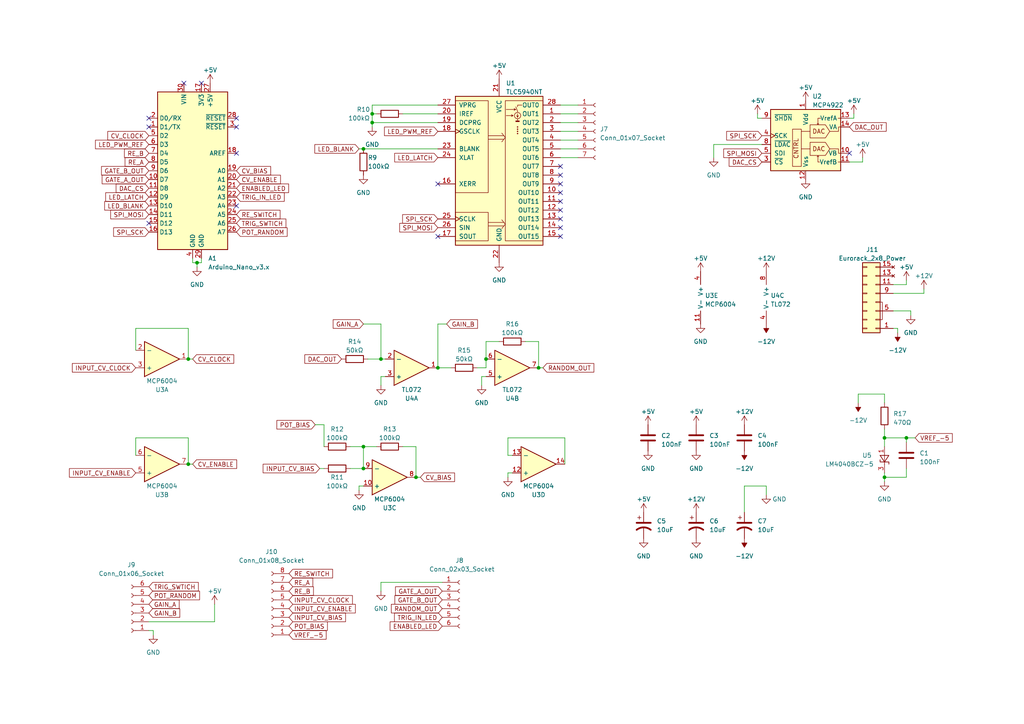
<source format=kicad_sch>
(kicad_sch (version 20230121) (generator eeschema)
  (paper "A4")
  (title_block (title "RNG") (date "2023-04-11") (rev "v2.0") (company "FreeModular"))
  (lib_symbols
    (symbol "Analog_DAC:MCP4922" (pin_names (offset 1.016))
      (property "Reference" "U2" (at 1.9559 11.43 0))
      (property "Value" "MCP4922" (at 1.9559 8.89 0))
      (symbol "MCP4922_0_0"
        (polyline (pts (xy 3.556 -5.842) (xy 3.302 -6.096)))
        (polyline (pts (xy 3.556 -5.842) (xy 3.81 -6.096)))
        (polyline (pts (xy 3.556 3.302) (xy 3.302 3.556)))
        (polyline (pts (xy 3.556 3.302) (xy 3.81 3.556)))
        (polyline (pts (xy 10.16 -7.62) (xy 9.398 -7.62)))
        (polyline (pts (xy 10.16 5.08) (xy 9.398 5.08)))
        (polyline (pts (xy 4.064 -7.62) (xy 3.556 -7.62) (xy 3.556 -5.842)))
        (polyline (pts (xy 4.318 5.08) (xy 3.556 5.08) (xy 3.556 3.302)))
        (polyline (pts (xy 6.985 -3.81) (xy 9.525 -3.81) (xy 9.525 -5.08) (xy 10.16 -5.08)))
        (polyline (pts (xy 6.985 1.27) (xy 9.525 1.27) (xy 9.525 2.54) (xy 10.16 2.54)))
        (text "CNTRL" (at -2.032 -6.731 900) (effects (font (size 1.27 1.27)) (justify left bottom)))
        (text "DAC" (at 3.81 -3.81 0) (effects (font (size 1.27 1.27))))
        (text "DAC" (at 3.81 1.27 0) (effects (font (size 1.27 1.27))))
      )
      (symbol "MCP4922_0_1"
        (rectangle (start -10.16 7.62) (end 10.16 -10.16) (stroke (width 0.254)) (fill (type background)))
        (rectangle (start -1.27 -8.89) (end -3.81 1.905))
        (polyline (pts (xy 1.27 -3.81) (xy -1.27 -3.81)))
        (polyline (pts (xy 1.27 1.27) (xy -1.27 1.27)))
        (polyline (pts (xy 6.985 -3.81) (xy 5.715 -1.905) (xy 1.27 -1.905) (xy 1.27 -5.715) (xy 5.715 -5.715) (xy 6.985 -3.81)))
        (polyline (pts (xy 6.985 1.27) (xy 5.715 3.175) (xy 1.27 3.175) (xy 1.27 -0.635) (xy 5.715 -0.635) (xy 6.985 1.27)))
      )
      (symbol "MCP4922_1_1"
        (pin power_in line (at 0 10.16 270) (length 2.54) (name "Vdd") (number "1"))
        (pin output line (at 12.7 -5.08 180) (length 2.54) (name "VB") (number "10"))
        (pin input line (at 12.7 -7.62 180) (length 2.54) (name "VrefB") (number "11"))
        (pin power_in line (at 0 -12.7 90) (length 2.54) (name "Vss") (number "12"))
        (pin input line (at 12.7 5.08 180) (length 2.54) (name "VrefA") (number "13"))
        (pin output line (at 12.7 2.54 180) (length 2.54) (name "VA") (number "14"))
        (pin no_connect line (at -7.62 -10.16 90) (length 2.54) hide (name "NC") (number "2"))
        (pin input line (at -12.7 -7.62 0) (length 2.54) (name "~{CS}") (number "3"))
        (pin input clock (at -12.7 0 0) (length 2.54) (name "SCK") (number "4"))
        (pin input line (at -12.7 -5.08 0) (length 2.54) (name "SDI") (number "5"))
        (pin no_connect line (at -5.08 -10.16 90) (length 2.54) hide (name "NC") (number "6"))
        (pin no_connect line (at -2.54 -10.16 90) (length 2.54) hide (name "NC") (number "7"))
        (pin input line (at -12.7 -2.54 0) (length 2.54) (name "~{LDAC}") (number "8"))
        (pin passive line (at -12.7 5.08 0) (length 2.54) (name "~{SHDN}") (number "9"))
      )
    )
    (symbol "Connector:Conn_01x06_Socket" (pin_names (offset 1.016) hide)
      (property "Reference" "J" (at 0 7.62 0))
      (property "Value" "Conn_01x06_Socket" (at 0 -10.16 0))
      (symbol "Conn_01x06_Socket_1_1"
        (arc (start 0 -7.112) (mid -0.5058 -7.62) (end 0 -8.128) (stroke (width 0.1524)))
        (arc (start 0 -4.572) (mid -0.5058 -5.08) (end 0 -5.588) (stroke (width 0.1524)))
        (arc (start 0 -2.032) (mid -0.5058 -2.54) (end 0 -3.048) (stroke (width 0.1524)))
        (polyline (pts (xy -1.27 -7.62) (xy -0.508 -7.62)) (stroke (width 0.1524)))
        (polyline (pts (xy -1.27 -5.08) (xy -0.508 -5.08)) (stroke (width 0.1524)))
        (polyline (pts (xy -1.27 -2.54) (xy -0.508 -2.54)) (stroke (width 0.1524)))
        (polyline (pts (xy -1.27 0) (xy -0.508 0)) (stroke (width 0.1524)))
        (polyline (pts (xy -1.27 2.54) (xy -0.508 2.54)) (stroke (width 0.1524)))
        (polyline (pts (xy -1.27 5.08) (xy -0.508 5.08)) (stroke (width 0.1524)))
        (arc (start 0 0.508) (mid -0.5058 0) (end 0 -0.508) (stroke (width 0.1524)))
        (arc (start 0 3.048) (mid -0.5058 2.54) (end 0 2.032) (stroke (width 0.1524)))
        (arc (start 0 5.588) (mid -0.5058 5.08) (end 0 4.572) (stroke (width 0.1524)))
        (pin passive line (at -5.08 5.08 0) (length 3.81) (name "Pin_1") (number "1"))
        (pin passive line (at -5.08 2.54 0) (length 3.81) (name "Pin_2") (number "2"))
        (pin passive line (at -5.08 0 0) (length 3.81) (name "Pin_3") (number "3"))
        (pin passive line (at -5.08 -2.54 0) (length 3.81) (name "Pin_4") (number "4"))
        (pin passive line (at -5.08 -5.08 0) (length 3.81) (name "Pin_5") (number "5"))
        (pin passive line (at -5.08 -7.62 0) (length 3.81) (name "Pin_6") (number "6"))
      )
    )
    (symbol "Connector:Conn_01x07_Socket" (pin_names (offset 1.016) hide)
      (property "Reference" "J" (at 0 10.16 0))
      (property "Value" "Conn_01x07_Socket" (at 0 -10.16 0))
      (symbol "Conn_01x07_Socket_1_1"
        (arc (start 0 -7.112) (mid -0.5058 -7.62) (end 0 -8.128) (stroke (width 0.1524)))
        (arc (start 0 -4.572) (mid -0.5058 -5.08) (end 0 -5.588) (stroke (width 0.1524)))
        (arc (start 0 -2.032) (mid -0.5058 -2.54) (end 0 -3.048) (stroke (width 0.1524)))
        (polyline (pts (xy -1.27 -7.62) (xy -0.508 -7.62)) (stroke (width 0.1524)))
        (polyline (pts (xy -1.27 -5.08) (xy -0.508 -5.08)) (stroke (width 0.1524)))
        (polyline (pts (xy -1.27 -2.54) (xy -0.508 -2.54)) (stroke (width 0.1524)))
        (polyline (pts (xy -1.27 0) (xy -0.508 0)) (stroke (width 0.1524)))
        (polyline (pts (xy -1.27 2.54) (xy -0.508 2.54)) (stroke (width 0.1524)))
        (polyline (pts (xy -1.27 5.08) (xy -0.508 5.08)) (stroke (width 0.1524)))
        (polyline (pts (xy -1.27 7.62) (xy -0.508 7.62)) (stroke (width 0.1524)))
        (arc (start 0 0.508) (mid -0.5058 0) (end 0 -0.508) (stroke (width 0.1524)))
        (arc (start 0 3.048) (mid -0.5058 2.54) (end 0 2.032) (stroke (width 0.1524)))
        (arc (start 0 5.588) (mid -0.5058 5.08) (end 0 4.572) (stroke (width 0.1524)))
        (arc (start 0 8.128) (mid -0.5058 7.62) (end 0 7.112) (stroke (width 0.1524)))
        (pin passive line (at -5.08 7.62 0) (length 3.81) (name "Pin_1") (number "1"))
        (pin passive line (at -5.08 5.08 0) (length 3.81) (name "Pin_2") (number "2"))
        (pin passive line (at -5.08 2.54 0) (length 3.81) (name "Pin_3") (number "3"))
        (pin passive line (at -5.08 0 0) (length 3.81) (name "Pin_4") (number "4"))
        (pin passive line (at -5.08 -2.54 0) (length 3.81) (name "Pin_5") (number "5"))
        (pin passive line (at -5.08 -5.08 0) (length 3.81) (name "Pin_6") (number "6"))
        (pin passive line (at -5.08 -7.62 0) (length 3.81) (name "Pin_7") (number "7"))
      )
    )
    (symbol "Connector:Conn_01x08_Socket" (pin_names (offset 1.016) hide)
      (property "Reference" "J" (at 0 10.16 0))
      (property "Value" "Conn_01x08_Socket" (at 0 -12.7 0))
      (symbol "Conn_01x08_Socket_1_1"
        (arc (start 0 -9.652) (mid -0.5058 -10.16) (end 0 -10.668) (stroke (width 0.1524)))
        (arc (start 0 -7.112) (mid -0.5058 -7.62) (end 0 -8.128) (stroke (width 0.1524)))
        (arc (start 0 -4.572) (mid -0.5058 -5.08) (end 0 -5.588) (stroke (width 0.1524)))
        (arc (start 0 -2.032) (mid -0.5058 -2.54) (end 0 -3.048) (stroke (width 0.1524)))
        (polyline (pts (xy -1.27 -10.16) (xy -0.508 -10.16)) (stroke (width 0.1524)))
        (polyline (pts (xy -1.27 -7.62) (xy -0.508 -7.62)) (stroke (width 0.1524)))
        (polyline (pts (xy -1.27 -5.08) (xy -0.508 -5.08)) (stroke (width 0.1524)))
        (polyline (pts (xy -1.27 -2.54) (xy -0.508 -2.54)) (stroke (width 0.1524)))
        (polyline (pts (xy -1.27 0) (xy -0.508 0)) (stroke (width 0.1524)))
        (polyline (pts (xy -1.27 2.54) (xy -0.508 2.54)) (stroke (width 0.1524)))
        (polyline (pts (xy -1.27 5.08) (xy -0.508 5.08)) (stroke (width 0.1524)))
        (polyline (pts (xy -1.27 7.62) (xy -0.508 7.62)) (stroke (width 0.1524)))
        (arc (start 0 0.508) (mid -0.5058 0) (end 0 -0.508) (stroke (width 0.1524)))
        (arc (start 0 3.048) (mid -0.5058 2.54) (end 0 2.032) (stroke (width 0.1524)))
        (arc (start 0 5.588) (mid -0.5058 5.08) (end 0 4.572) (stroke (width 0.1524)))
        (arc (start 0 8.128) (mid -0.5058 7.62) (end 0 7.112) (stroke (width 0.1524)))
        (pin passive line (at -5.08 7.62 0) (length 3.81) (name "Pin_1") (number "1"))
        (pin passive line (at -5.08 5.08 0) (length 3.81) (name "Pin_2") (number "2"))
        (pin passive line (at -5.08 2.54 0) (length 3.81) (name "Pin_3") (number "3"))
        (pin passive line (at -5.08 0 0) (length 3.81) (name "Pin_4") (number "4"))
        (pin passive line (at -5.08 -2.54 0) (length 3.81) (name "Pin_5") (number "5"))
        (pin passive line (at -5.08 -5.08 0) (length 3.81) (name "Pin_6") (number "6"))
        (pin passive line (at -5.08 -7.62 0) (length 3.81) (name "Pin_7") (number "7"))
        (pin passive line (at -5.08 -10.16 0) (length 3.81) (name "Pin_8") (number "8"))
      )
    )
    (symbol "Device:C" (pin_numbers hide) (pin_names (offset 0.254))
      (property "Reference" "C" (at 0.635 2.54 0))
      (property "Value" "C" (at 0.635 -2.54 0))
      (symbol "C_0_1"
        (polyline (pts (xy -2.032 -0.762) (xy 2.032 -0.762)) (stroke (width 0.508)))
        (polyline (pts (xy -2.032 0.762) (xy 2.032 0.762)) (stroke (width 0.508)))
      )
      (symbol "C_1_1"
        (pin passive line (at 0 3.81 270) (length 2.794) (name "~") (number "1"))
        (pin passive line (at 0 -3.81 90) (length 2.794) (name "~") (number "2"))
      )
    )
    (symbol "Device:C_Polarized_US" (pin_numbers hide) (pin_names (offset 0.254) hide)
      (property "Reference" "C" (at 0.635 2.54 0))
      (property "Value" "C_Polarized_US" (at 0.635 -2.54 0))
      (symbol "C_Polarized_US_0_1"
        (polyline (pts (xy -2.032 0.762) (xy 2.032 0.762)) (stroke (width 0.508)))
        (polyline (pts (xy -1.778 2.286) (xy -0.762 2.286)))
        (polyline (pts (xy -1.27 1.778) (xy -1.27 2.794)))
        (arc (start 2.032 -1.27) (mid 0 -0.5572) (end -2.032 -1.27) (stroke (width 0.508)))
      )
      (symbol "C_Polarized_US_1_1"
        (pin passive line (at 0 3.81 270) (length 2.794) (name "~") (number "1"))
        (pin passive line (at 0 -3.81 90) (length 3.302) (name "~") (number "2"))
      )
    )
    (symbol "Device:Opamp_Dual"
      (property "Reference" "U" (at 0 5.08 0))
      (property "Value" "Opamp_Dual" (at 0 -5.08 0))
      (symbol "Opamp_Dual_1_1"
        (polyline (pts (xy -5.08 5.08) (xy 5.08 0) (xy -5.08 -5.08) (xy -5.08 5.08)) (stroke (width 0.254)) (fill (type background)))
        (pin output line (at 7.62 0 180) (length 2.54) (name "~") (number "1"))
        (pin input line (at -7.62 -2.54 0) (length 2.54) (name "-") (number "2"))
        (pin input line (at -7.62 2.54 0) (length 2.54) (name "+") (number "3"))
      )
      (symbol "Opamp_Dual_2_1"
        (polyline (pts (xy -5.08 5.08) (xy 5.08 0) (xy -5.08 -5.08) (xy -5.08 5.08)) (stroke (width 0.254)) (fill (type background)))
        (pin input line (at -7.62 2.54 0) (length 2.54) (name "+") (number "5"))
        (pin input line (at -7.62 -2.54 0) (length 2.54) (name "-") (number "6"))
        (pin output line (at 7.62 0 180) (length 2.54) (name "~") (number "7"))
      )
      (symbol "Opamp_Dual_3_1"
        (pin power_in line (at -2.54 -7.62 90) (length 3.81) (name "V-") (number "4"))
        (pin power_in line (at -2.54 7.62 270) (length 3.81) (name "V+") (number "8"))
      )
    )
    (symbol "Device:Opamp_Quad"
      (property "Reference" "U" (at 0 5.08 0))
      (property "Value" "Opamp_Quad" (at 0 -5.08 0))
      (symbol "Opamp_Quad_1_1"
        (polyline (pts (xy -5.08 5.08) (xy 5.08 0) (xy -5.08 -5.08) (xy -5.08 5.08)) (stroke (width 0.254)) (fill (type background)))
        (pin output line (at 7.62 0 180) (length 2.54) (name "~") (number "1"))
        (pin input line (at -7.62 -2.54 0) (length 2.54) (name "-") (number "2"))
        (pin input line (at -7.62 2.54 0) (length 2.54) (name "+") (number "3"))
      )
      (symbol "Opamp_Quad_2_1"
        (polyline (pts (xy -5.08 5.08) (xy 5.08 0) (xy -5.08 -5.08) (xy -5.08 5.08)) (stroke (width 0.254)) (fill (type background)))
        (pin input line (at -7.62 2.54 0) (length 2.54) (name "+") (number "5"))
        (pin input line (at -7.62 -2.54 0) (length 2.54) (name "-") (number "6"))
        (pin output line (at 7.62 0 180) (length 2.54) (name "~") (number "7"))
      )
      (symbol "Opamp_Quad_3_1"
        (polyline (pts (xy -5.08 5.08) (xy 5.08 0) (xy -5.08 -5.08) (xy -5.08 5.08)) (stroke (width 0.254)) (fill (type background)))
        (pin input line (at -7.62 2.54 0) (length 2.54) (name "+") (number "10"))
        (pin output line (at 7.62 0 180) (length 2.54) (name "~") (number "8"))
        (pin input line (at -7.62 -2.54 0) (length 2.54) (name "-") (number "9"))
      )
      (symbol "Opamp_Quad_4_1"
        (polyline (pts (xy -5.08 5.08) (xy 5.08 0) (xy -5.08 -5.08) (xy -5.08 5.08)) (stroke (width 0.254)) (fill (type background)))
        (pin input line (at -7.62 2.54 0) (length 2.54) (name "+") (number "12"))
        (pin input line (at -7.62 -2.54 0) (length 2.54) (name "-") (number "13"))
        (pin output line (at 7.62 0 180) (length 2.54) (name "~") (number "14"))
      )
      (symbol "Opamp_Quad_5_1"
        (pin power_in line (at -2.54 -7.62 90) (length 3.81) (name "V-") (number "11"))
        (pin power_in line (at -2.54 7.62 270) (length 3.81) (name "V+") (number "4"))
      )
    )
    (symbol "Device:R" (pin_numbers hide) (pin_names (offset 0))
      (property "Reference" "R" (at 2.032 0 90))
      (property "Value" "R" (at 0 0 90))
      (symbol "R_0_1"
        (rectangle (start -1.016 -2.54) (end 1.016 2.54) (stroke (width 0.254)))
      )
      (symbol "R_1_1"
        (pin passive line (at 0 3.81 270) (length 1.27) (name "~") (number "1"))
        (pin passive line (at 0 -3.81 90) (length 1.27) (name "~") (number "2"))
      )
    )
    (symbol "Driver_LED:TLC5940NT" (pin_names (offset 1.016))
      (property "Reference" "U" (at -12.7 22.225 0))
      (property "Value" "TLC5940NT" (at 12.7 22.225 0))
      (symbol "TLC5940NT_0_1"
        (rectangle (start -12.7 -21.59) (end -3.175 -13.335))
        (rectangle (start -12.7 19.05) (end -3.175 -7.62))
        (rectangle (start -12.7 20.32) (end 12.7 -22.86) (stroke (width 0.254)) (fill (type background)))
        (polyline (pts (xy -3.175 -16.256) (xy 1.27 -16.256)))
        (polyline (pts (xy -3.175 8.89) (xy 1.27 8.89)))
        (polyline (pts (xy 1.27 -17.272) (xy -3.175 -17.272)))
        (polyline (pts (xy 1.27 7.874) (xy -3.175 7.874)))
        (polyline (pts (xy 1.778 -16.764) (xy 0.762 -18.034)))
        (polyline (pts (xy 1.778 -16.764) (xy 0.762 -15.494)))
        (polyline (pts (xy 1.778 8.382) (xy 0.762 7.112)))
        (polyline (pts (xy 1.778 8.382) (xy 0.762 9.652)))
        (polyline (pts (xy 5.334 13.716) (xy 5.334 13.208)))
        (polyline (pts (xy 5.334 14.224) (xy 5.588 14.732)))
        (polyline (pts (xy 5.334 15.24) (xy 5.334 14.224) (xy 5.08 14.732)))
        (polyline (pts (xy 5.334 15.748) (xy 5.334 16.002) (xy 4.826 17.272)))
        (polyline (pts (xy 5.334 17.272) (xy 5.334 17.78) (xy 6.604 17.78)))
        (polyline (pts (xy 2.032 14.732) (xy 4.064 14.732) (xy 3.556 14.986) (xy 4.064 14.732) (xy 3.556 14.478)))
        (polyline (pts (xy 2.032 16.51) (xy 4.826 16.51) (xy 4.318 16.764) (xy 4.826 16.51) (xy 4.318 16.256)))
        (rectangle (start 1.778 19.05) (end 12.7 -21.59))
        (rectangle (start 4.826 13.208) (end 5.842 12.954) (fill (type outline)))
        (circle (center 5.334 9.525) (radius 0.127) (fill (type outline)))
        (circle (center 5.334 10.16) (radius 0.127) (fill (type outline)))
        (circle (center 5.334 10.795) (radius 0.127) (fill (type outline)))
        (circle (center 5.334 11.43) (radius 0.127) (fill (type outline)))
        (circle (center 5.334 14.732) (radius 0.9144))
      )
      (symbol "TLC5940NT_1_1"
        (pin open_collector line (at 17.78 15.24 180) (length 5.08) (name "OUT1") (number "1"))
        (pin open_collector line (at 17.78 -7.62 180) (length 5.08) (name "OUT10") (number "10"))
        (pin open_collector line (at 17.78 -10.16 180) (length 5.08) (name "OUT11") (number "11"))
        (pin open_collector line (at 17.78 -12.7 180) (length 5.08) (name "OUT12") (number "12"))
        (pin open_collector line (at 17.78 -15.24 180) (length 5.08) (name "OUT13") (number "13"))
        (pin open_collector line (at 17.78 -17.78 180) (length 5.08) (name "OUT14") (number "14"))
        (pin open_collector line (at 17.78 -20.32 180) (length 5.08) (name "OUT15") (number "15"))
        (pin open_collector line (at -17.78 -5.08 0) (length 5.08) (name "XERR") (number "16"))
        (pin output line (at -17.78 -20.32 0) (length 5.08) (name "SOUT") (number "17"))
        (pin input clock (at -17.78 10.16 0) (length 5.08) (name "GSCLK") (number "18"))
        (pin input line (at -17.78 12.7 0) (length 5.08) (name "DCPRG") (number "19"))
        (pin open_collector line (at 17.78 12.7 180) (length 5.08) (name "OUT2") (number "2"))
        (pin input line (at -17.78 15.24 0) (length 5.08) (name "IREF") (number "20"))
        (pin power_in line (at 0 25.4 270) (length 5.08) (name "VCC") (number "21"))
        (pin power_in line (at 0 -27.94 90) (length 5.08) (name "GND") (number "22"))
        (pin input line (at -17.78 5.08 0) (length 5.08) (name "BLANK") (number "23"))
        (pin input line (at -17.78 2.54 0) (length 5.08) (name "XLAT") (number "24"))
        (pin input clock (at -17.78 -15.24 0) (length 5.08) (name "SCLK") (number "25"))
        (pin input line (at -17.78 -17.78 0) (length 5.08) (name "SIN") (number "26"))
        (pin input line (at -17.78 17.78 0) (length 5.08) (name "VPRG") (number "27"))
        (pin open_collector line (at 17.78 17.78 180) (length 5.08) (name "OUT0") (number "28"))
        (pin open_collector line (at 17.78 10.16 180) (length 5.08) (name "OUT3") (number "3"))
        (pin open_collector line (at 17.78 7.62 180) (length 5.08) (name "OUT4") (number "4"))
        (pin open_collector line (at 17.78 5.08 180) (length 5.08) (name "OUT5") (number "5"))
        (pin open_collector line (at 17.78 2.54 180) (length 5.08) (name "OUT6") (number "6"))
        (pin open_collector line (at 17.78 0 180) (length 5.08) (name "OUT7") (number "7"))
        (pin open_collector line (at 17.78 -2.54 180) (length 5.08) (name "OUT8") (number "8"))
        (pin open_collector line (at 17.78 -5.08 180) (length 5.08) (name "OUT9") (number "9"))
      )
    )
    (symbol "FreeModular:Eurorack_2x8_Power" (pin_names (offset 1.016) hide)
      (property "Reference" "J1" (at 1.27 13.97 0))
      (property "Value" "Eurorack_2x8_Power" (at 1.905 11.43 0))
      (symbol "Eurorack_2x8_Power_0_1"
        (polyline (pts (xy -1.27 5.08) (xy -1.905 5.08) (xy -1.905 0) (xy -1.27 0)))
      )
      (symbol "Eurorack_2x8_Power_1_1"
        (rectangle (start -1.27 -10.033) (end 0 -10.287) (stroke (width 0.1524)))
        (rectangle (start -1.27 -7.493) (end 0 -7.747) (stroke (width 0.1524)))
        (rectangle (start -1.27 -4.953) (end 0 -5.207) (stroke (width 0.1524)))
        (rectangle (start -1.27 -2.413) (end 0 -2.667) (stroke (width 0.1524)))
        (rectangle (start -1.27 0.127) (end 0 -0.127) (stroke (width 0.1524)))
        (rectangle (start -1.27 2.667) (end 0 2.413) (stroke (width 0.1524)))
        (rectangle (start -1.27 5.207) (end 0 4.953) (stroke (width 0.1524)))
        (rectangle (start -1.27 7.747) (end 0 7.493) (stroke (width 0.1524)))
        (rectangle (start -1.27 8.89) (end 3.81 -11.43) (stroke (width 0.254)) (fill (type background)))
        (rectangle (start 3.81 -10.033) (end 2.54 -10.287) (stroke (width 0.1524)))
        (rectangle (start 3.81 -7.493) (end 2.54 -7.747) (stroke (width 0.1524)))
        (rectangle (start 3.81 -4.953) (end 2.54 -5.207) (stroke (width 0.1524)))
        (rectangle (start 3.81 -2.413) (end 2.54 -2.667) (stroke (width 0.1524)))
        (rectangle (start 3.81 0.127) (end 2.54 -0.127) (stroke (width 0.1524)))
        (rectangle (start 3.81 2.667) (end 2.54 2.413) (stroke (width 0.1524)))
        (rectangle (start 3.81 5.207) (end 2.54 4.953) (stroke (width 0.1524)))
        (rectangle (start 3.81 7.747) (end 2.54 7.493) (stroke (width 0.1524)))
        (pin power_out line (at -5.08 7.62 0) (length 3.81) (name "-12v") (number "1"))
        (pin passive line (at -5.08 -2.54 0) (length 3.81) hide (name "+12v") (number "10"))
        (pin passive line (at -5.08 -5.08 0) (length 3.81) (name "+5v") (number "11"))
        (pin passive line (at -5.08 -5.08 0) (length 3.81) hide (name "+5v") (number "12"))
        (pin no_connect line (at -5.08 -7.62 0) (length 3.81) (name "Pin_13") (number "13"))
        (pin no_connect line (at 7.62 -7.62 180) (length 3.81) hide (name "Pin_14") (number "14"))
        (pin no_connect line (at -5.08 -10.16 0) (length 3.81) (name "Pin_15") (number "15"))
        (pin no_connect line (at 7.62 -10.16 180) (length 3.81) hide (name "Pin_16") (number "16"))
        (pin passive line (at -5.08 7.62 0) (length 3.81) hide (name "-12v") (number "2"))
        (pin power_out line (at -5.08 2.54 0) (length 3.81) hide (name "GND") (number "3"))
        (pin passive line (at -5.08 2.54 0) (length 3.81) hide (name "GND") (number "4"))
        (pin power_out line (at -5.08 2.54 0) (length 3.81) (name "GND") (number "5"))
        (pin passive line (at -5.08 2.54 0) (length 3.81) hide (name "GND") (number "6"))
        (pin power_out line (at -5.08 2.54 0) (length 3.81) hide (name "GND") (number "7"))
        (pin passive line (at -5.08 2.54 0) (length 3.81) hide (name "GND") (number "8"))
        (pin power_out line (at -5.08 -2.54 0) (length 3.81) (name "+12v") (number "9"))
      )
    )
    (symbol "MCU_Module:Arduino_Nano_v3.x"
      (property "Reference" "A" (at -10.16 23.495 0))
      (property "Value" "Arduino_Nano_v3.x" (at 5.08 -24.13 0))
      (symbol "Arduino_Nano_v3.x_0_1"
        (rectangle (start -10.16 22.86) (end 10.16 -22.86) (stroke (width 0.254)) (fill (type background)))
      )
      (symbol "Arduino_Nano_v3.x_1_1"
        (pin bidirectional line (at -12.7 12.7 0) (length 2.54) (name "D1/TX") (number "1"))
        (pin bidirectional line (at -12.7 -2.54 0) (length 2.54) (name "D7") (number "10"))
        (pin bidirectional line (at -12.7 -5.08 0) (length 2.54) (name "D8") (number "11"))
        (pin bidirectional line (at -12.7 -7.62 0) (length 2.54) (name "D9") (number "12"))
        (pin bidirectional line (at -12.7 -10.16 0) (length 2.54) (name "D10") (number "13"))
        (pin bidirectional line (at -12.7 -12.7 0) (length 2.54) (name "D11") (number "14"))
        (pin bidirectional line (at -12.7 -15.24 0) (length 2.54) (name "D12") (number "15"))
        (pin bidirectional line (at -12.7 -17.78 0) (length 2.54) (name "D13") (number "16"))
        (pin power_out line (at 2.54 25.4 270) (length 2.54) (name "3V3") (number "17"))
        (pin input line (at 12.7 5.08 180) (length 2.54) (name "AREF") (number "18"))
        (pin bidirectional line (at 12.7 0 180) (length 2.54) (name "A0") (number "19"))
        (pin bidirectional line (at -12.7 15.24 0) (length 2.54) (name "D0/RX") (number "2"))
        (pin bidirectional line (at 12.7 -2.54 180) (length 2.54) (name "A1") (number "20"))
        (pin bidirectional line (at 12.7 -5.08 180) (length 2.54) (name "A2") (number "21"))
        (pin bidirectional line (at 12.7 -7.62 180) (length 2.54) (name "A3") (number "22"))
        (pin bidirectional line (at 12.7 -10.16 180) (length 2.54) (name "A4") (number "23"))
        (pin bidirectional line (at 12.7 -12.7 180) (length 2.54) (name "A5") (number "24"))
        (pin bidirectional line (at 12.7 -15.24 180) (length 2.54) (name "A6") (number "25"))
        (pin bidirectional line (at 12.7 -17.78 180) (length 2.54) (name "A7") (number "26"))
        (pin power_out line (at 5.08 25.4 270) (length 2.54) (name "+5V") (number "27"))
        (pin input line (at 12.7 15.24 180) (length 2.54) (name "~{RESET}") (number "28"))
        (pin power_in line (at 2.54 -25.4 90) (length 2.54) (name "GND") (number "29"))
        (pin input line (at 12.7 12.7 180) (length 2.54) (name "~{RESET}") (number "3"))
        (pin power_in line (at -2.54 25.4 270) (length 2.54) (name "VIN") (number "30"))
        (pin power_in line (at 0 -25.4 90) (length 2.54) (name "GND") (number "4"))
        (pin bidirectional line (at -12.7 10.16 0) (length 2.54) (name "D2") (number "5"))
        (pin bidirectional line (at -12.7 7.62 0) (length 2.54) (name "D3") (number "6"))
        (pin bidirectional line (at -12.7 5.08 0) (length 2.54) (name "D4") (number "7"))
        (pin bidirectional line (at -12.7 2.54 0) (length 2.54) (name "D5") (number "8"))
        (pin bidirectional line (at -12.7 0 0) (length 2.54) (name "D6") (number "9"))
      )
    )
    (symbol "Reference_Voltage:LM4040DCK-5" (pin_names (offset 0.0254) hide)
      (property "Reference" "U" (at 0 2.54 0))
      (property "Value" "LM4040DCK-5" (at 0 -3.175 0))
      (symbol "LM4040DCK-5_0_1"
        (polyline (pts (xy -1.27 0) (xy 0 0) (xy 1.27 0)))
        (polyline (pts (xy -1.27 -1.27) (xy 0.635 0) (xy -1.27 1.27) (xy -1.27 -1.27)) (stroke (width 0.2032)))
        (polyline (pts (xy 0 -1.27) (xy 0.635 -1.27) (xy 0.635 1.27) (xy 1.27 1.27)) (stroke (width 0.2032)))
      )
      (symbol "LM4040DCK-5_1_1"
        (pin passive line (at -3.81 0 0) (length 2.54) (name "A") (number "1"))
        (pin passive line (at 3.81 0 180) (length 2.54) (name "K") (number "3"))
      )
    )
    (symbol "power:+12V" (power) (pin_names (offset 0))
      (property "Value" "+12V" (at 0 3.556 0))
      (symbol "+12V_0_1"
        (polyline (pts (xy -0.762 1.27) (xy 0 2.54)))
        (polyline (pts (xy 0 0) (xy 0 2.54)))
        (polyline (pts (xy 0 2.54) (xy 0.762 1.27)))
      )
      (symbol "+12V_1_1"
        (pin power_in line (at 0 0 90) (length 0) hide (name "+12V") (number "1"))
      )
    )
    (symbol "power:+5V" (power) (pin_names (offset 0))
      (property "Value" "+5V" (at 0 3.556 0))
      (symbol "+5V_0_1"
        (polyline (pts (xy -0.762 1.27) (xy 0 2.54)))
        (polyline (pts (xy 0 0) (xy 0 2.54)))
        (polyline (pts (xy 0 2.54) (xy 0.762 1.27)))
      )
      (symbol "+5V_1_1"
        (pin power_in line (at 0 0 90) (length 0) hide (name "+5V") (number "1"))
      )
    )
    (symbol "power:-12V" (power) (pin_names (offset 0))
      (property "Value" "-12V" (at 0 3.81 0))
      (symbol "-12V_0_0"
        (pin power_in line (at 0 0 90) (length 0) hide (name "-12V") (number "1"))
      )
      (symbol "-12V_0_1"
        (polyline (pts (xy 0 0) (xy 0 1.27) (xy 0.762 1.27) (xy 0 2.54) (xy -0.762 1.27) (xy 0 1.27)) (fill (type outline)))
      )
    )
    (symbol "power:GND" (power) (pin_names (offset 0))
      (property "Value" "GND" (at 0 -3.81 0))
      (symbol "GND_0_1"
        (polyline (pts (xy 0 0) (xy 0 -1.27) (xy 1.27 -1.27) (xy 0 -2.54) (xy -1.27 -1.27) (xy 0 -1.27)))
      )
      (symbol "GND_1_1"
        (pin power_in line (at 0 0 270) (length 0) hide (name "GND") (number "1"))
      )
    )
  )
  (junction (at 54.61 134.62))
  (junction (at 57.15 76.2))
  (junction (at 120.65 138.43))
  (junction (at 110.49 104.14))
  (junction (at 105.41 135.89))
  (junction (at 156.21 106.68))
  (junction (at 105.41 43.18))
  (junction (at 256.54 138.43))
  (junction (at 140.97 104.14))
  (junction (at 105.41 129.54))
  (junction (at 107.95 33.02))
  (junction (at 127 106.68))
  (junction (at 262.89 127))
  (junction (at 54.61 104.14))
  (junction (at 256.54 127))
  (junction (at 107.95 35.56))
  (no_connect (at 127 53.34))
  (no_connect (at 68.58 34.29))
  (no_connect (at 246.38 44.45))
  (no_connect (at 53.34 24.13))
  (no_connect (at 68.58 36.83))
  (no_connect (at 162.56 50.8))
  (no_connect (at 162.56 58.42))
  (no_connect (at 162.56 66.04))
  (no_connect (at 162.56 63.5))
  (no_connect (at 58.42 24.13))
  (no_connect (at 68.58 59.69))
  (no_connect (at 162.56 68.58))
  (no_connect (at 43.18 34.29))
  (no_connect (at 127 68.58))
  (no_connect (at 162.56 55.88))
  (no_connect (at 162.56 60.96))
  (no_connect (at 162.56 48.26))
  (no_connect (at 68.58 44.45))
  (no_connect (at 162.56 53.34))
  (no_connect (at 43.18 36.83))
  (no_connect (at 43.18 64.77))
  (wire (pts (xy 140.97 104.14) (xy 140.97 106.68)))
  (wire (pts (xy 162.56 30.48) (xy 167.64 30.48)))
  (wire (pts (xy 152.4 99.06) (xy 156.21 99.06)))
  (wire (pts (xy 39.37 127) (xy 54.61 127)))
  (wire (pts (xy 138.43 106.68) (xy 140.97 106.68)))
  (wire (pts (xy 162.56 38.1) (xy 167.64 38.1)))
  (wire (pts (xy 215.9 140.97) (xy 215.9 148.59)))
  (wire (pts (xy 105.41 140.97) (xy 104.14 140.97)))
  (wire (pts (xy 162.56 45.72) (xy 167.64 45.72)))
  (wire (pts (xy 39.37 95.25) (xy 39.37 101.6)))
  (wire (pts (xy 139.7 109.22) (xy 140.97 109.22)))
  (wire (pts (xy 54.61 127) (xy 54.61 134.62)))
  (wire (pts (xy 163.83 127) (xy 163.83 134.62)))
  (wire (pts (xy 215.9 140.97) (xy 222.25 140.97)))
  (wire (pts (xy 207.01 41.91) (xy 220.98 41.91)))
  (wire (pts (xy 260.35 95.25) (xy 259.08 95.25)))
  (wire (pts (xy 207.01 41.91) (xy 207.01 45.72)))
  (wire (pts (xy 162.56 35.56) (xy 167.64 35.56)))
  (wire (pts (xy 110.49 104.14) (xy 110.49 93.98)))
  (wire (pts (xy 147.32 127) (xy 163.83 127)))
  (wire (pts (xy 147.32 137.16) (xy 147.32 138.43)))
  (wire (pts (xy 247.65 34.29) (xy 247.65 33.02)))
  (wire (pts (xy 256.54 124.46) (xy 256.54 127)))
  (wire (pts (xy 57.15 76.2) (xy 57.15 77.47)))
  (wire (pts (xy 43.18 182.88) (xy 44.45 182.88)))
  (wire (pts (xy 256.54 138.43) (xy 256.54 139.7)))
  (wire (pts (xy 246.38 34.29) (xy 247.65 34.29)))
  (wire (pts (xy 162.56 43.18) (xy 167.64 43.18)))
  (wire (pts (xy 57.15 76.2) (xy 58.42 76.2)))
  (wire (pts (xy 107.95 35.56) (xy 127 35.56)))
  (wire (pts (xy 148.59 137.16) (xy 147.32 137.16)))
  (wire (pts (xy 105.41 129.54) (xy 105.41 135.89)))
  (wire (pts (xy 107.95 33.02) (xy 107.95 35.56)))
  (wire (pts (xy 39.37 132.08) (xy 39.37 127)))
  (wire (pts (xy 127 106.68) (xy 130.81 106.68)))
  (wire (pts (xy 262.89 135.89) (xy 262.89 138.43)))
  (wire (pts (xy 156.21 106.68) (xy 157.48 106.68)))
  (wire (pts (xy 54.61 104.14) (xy 55.88 104.14)))
  (wire (pts (xy 91.44 123.19) (xy 93.98 123.19)))
  (wire (pts (xy 43.18 180.34) (xy 62.23 180.34)))
  (wire (pts (xy 101.6 129.54) (xy 105.41 129.54)))
  (wire (pts (xy 140.97 99.06) (xy 144.78 99.06)))
  (wire (pts (xy 259.08 90.17) (xy 264.16 90.17)))
  (wire (pts (xy 120.65 129.54) (xy 120.65 138.43)))
  (wire (pts (xy 93.98 129.54) (xy 93.98 123.19)))
  (wire (pts (xy 107.95 33.02) (xy 109.22 33.02)))
  (wire (pts (xy 92.71 135.89) (xy 93.98 135.89)))
  (wire (pts (xy 256.54 138.43) (xy 262.89 138.43)))
  (wire (pts (xy 256.54 116.84) (xy 256.54 114.3)))
  (wire (pts (xy 107.95 35.56) (xy 107.95 36.83)))
  (wire (pts (xy 116.84 33.02) (xy 127 33.02)))
  (wire (pts (xy 139.7 111.76) (xy 139.7 109.22)))
  (wire (pts (xy 110.49 168.91) (xy 128.27 168.91)))
  (wire (pts (xy 148.59 132.08) (xy 147.32 132.08)))
  (wire (pts (xy 256.54 129.54) (xy 256.54 127)))
  (wire (pts (xy 105.41 129.54) (xy 109.22 129.54)))
  (wire (pts (xy 259.08 85.09) (xy 267.97 85.09)))
  (wire (pts (xy 264.16 90.17) (xy 264.16 91.44)))
  (wire (pts (xy 262.89 81.28) (xy 262.89 82.55)))
  (wire (pts (xy 220.98 34.29) (xy 219.71 34.29)))
  (wire (pts (xy 54.61 95.25) (xy 39.37 95.25)))
  (wire (pts (xy 55.88 76.2) (xy 57.15 76.2)))
  (wire (pts (xy 262.89 127) (xy 262.89 128.27)))
  (wire (pts (xy 129.54 93.98) (xy 127 93.98)))
  (wire (pts (xy 58.42 74.93) (xy 58.42 76.2)))
  (wire (pts (xy 110.49 109.22) (xy 111.76 109.22)))
  (wire (pts (xy 256.54 137.16) (xy 256.54 138.43)))
  (wire (pts (xy 256.54 114.3) (xy 248.92 114.3)))
  (wire (pts (xy 44.45 182.88) (xy 44.45 184.15)))
  (wire (pts (xy 256.54 127) (xy 262.89 127)))
  (wire (pts (xy 250.19 46.99) (xy 250.19 45.72)))
  (wire (pts (xy 55.88 74.93) (xy 55.88 76.2)))
  (wire (pts (xy 62.23 175.26) (xy 62.23 180.34)))
  (wire (pts (xy 107.95 30.48) (xy 127 30.48)))
  (wire (pts (xy 248.92 114.3) (xy 248.92 116.84)))
  (wire (pts (xy 156.21 99.06) (xy 156.21 106.68)))
  (wire (pts (xy 116.84 129.54) (xy 120.65 129.54)))
  (wire (pts (xy 107.95 30.48) (xy 107.95 33.02)))
  (wire (pts (xy 110.49 111.76) (xy 110.49 109.22)))
  (wire (pts (xy 162.56 40.64) (xy 167.64 40.64)))
  (wire (pts (xy 110.49 104.14) (xy 111.76 104.14)))
  (wire (pts (xy 127 93.98) (xy 127 106.68)))
  (wire (pts (xy 106.68 104.14) (xy 110.49 104.14)))
  (wire (pts (xy 147.32 132.08) (xy 147.32 127)))
  (wire (pts (xy 104.14 140.97) (xy 104.14 142.24)))
  (wire (pts (xy 259.08 82.55) (xy 262.89 82.55)))
  (wire (pts (xy 140.97 104.14) (xy 140.97 99.06)))
  (wire (pts (xy 110.49 168.91) (xy 110.49 171.45)))
  (wire (pts (xy 267.97 83.82) (xy 267.97 85.09)))
  (wire (pts (xy 105.41 43.18) (xy 127 43.18)))
  (wire (pts (xy 54.61 134.62) (xy 55.88 134.62)))
  (wire (pts (xy 162.56 33.02) (xy 167.64 33.02)))
  (wire (pts (xy 260.35 95.25) (xy 260.35 96.52)))
  (wire (pts (xy 104.14 43.18) (xy 105.41 43.18)))
  (wire (pts (xy 246.38 46.99) (xy 250.19 46.99)))
  (wire (pts (xy 222.25 140.97) (xy 222.25 143.51)))
  (wire (pts (xy 54.61 104.14) (xy 54.61 95.25)))
  (wire (pts (xy 262.89 127) (xy 265.43 127)))
  (wire (pts (xy 219.71 34.29) (xy 219.71 33.02)))
  (wire (pts (xy 120.65 138.43) (xy 121.92 138.43)))
  (wire (pts (xy 105.41 93.98) (xy 110.49 93.98)))
  (wire (pts (xy 101.6 135.89) (xy 105.41 135.89)))
  (global_label "GAIN_B" (shape input) (at 129.54 93.98 0) (property "Intersheetrefs" "${INTERSHEET_REFS}" (effects hide)))
  (global_label "ENABLED_LED" (shape input) (at 68.58 54.61 0) (property "Intersheetrefs" "${INTERSHEET_REFS}" (effects hide)))
  (global_label "SPI_MOSI" (shape input) (at 43.18 62.23 180) (property "Intersheetrefs" "${INTERSHEET_REFS}" (effects hide)))
  (global_label "POT_RANDOM" (shape input) (at 68.58 67.31 0) (property "Intersheetrefs" "${INTERSHEET_REFS}" (effects hide)))
  (global_label "LED_PWM_REF" (shape input) (at 43.18 41.91 180) (property "Intersheetrefs" "${INTERSHEET_REFS}" (effects hide)))
  (global_label "DAC_CS" (shape input) (at 43.18 54.61 180) (property "Intersheetrefs" "${INTERSHEET_REFS}" (effects hide)))
  (global_label "INPUT_CV_BIAS" (shape input) (at 92.71 135.89 180) (property "Intersheetrefs" "${INTERSHEET_REFS}" (effects hide)))
  (global_label "RE_SWITCH" (shape input) (at 83.82 166.37 0) (property "Intersheetrefs" "${INTERSHEET_REFS}" (effects hide)))
  (global_label "LED_LATCH" (shape input) (at 127 45.72 180) (property "Intersheetrefs" "${INTERSHEET_REFS}" (effects hide)))
  (global_label "TRIG_IN_LED" (shape input) (at 128.27 179.07 180) (property "Intersheetrefs" "${INTERSHEET_REFS}" (effects hide)))
  (global_label "VREF_-5" (shape input) (at 83.82 184.15 0) (property "Intersheetrefs" "${INTERSHEET_REFS}" (effects hide)))
  (global_label "VREF_-5" (shape input) (at 265.43 127 0) (property "Intersheetrefs" "${INTERSHEET_REFS}" (effects hide)))
  (global_label "GAIN_B" (shape input) (at 43.18 177.8 0) (property "Intersheetrefs" "${INTERSHEET_REFS}" (effects hide)))
  (global_label "GATE_A_OUT" (shape input) (at 43.18 52.07 180) (property "Intersheetrefs" "${INTERSHEET_REFS}" (effects hide)))
  (global_label "CV_BIAS" (shape input) (at 121.92 138.43 0) (property "Intersheetrefs" "${INTERSHEET_REFS}" (effects hide)))
  (global_label "TRIG_SWTICH" (shape input) (at 68.58 64.77 0) (property "Intersheetrefs" "${INTERSHEET_REFS}" (effects hide)))
  (global_label "RE_A" (shape input) (at 83.82 168.91 0) (property "Intersheetrefs" "${INTERSHEET_REFS}" (effects hide)))
  (global_label "GAIN_A" (shape input) (at 43.18 175.26 0) (property "Intersheetrefs" "${INTERSHEET_REFS}" (effects hide)))
  (global_label "RE_B" (shape input) (at 83.82 171.45 0) (property "Intersheetrefs" "${INTERSHEET_REFS}" (effects hide)))
  (global_label "RE_A" (shape input) (at 43.18 46.99 180) (property "Intersheetrefs" "${INTERSHEET_REFS}" (effects hide)))
  (global_label "INPUT_CV_CLOCK" (shape input) (at 83.82 173.99 0) (property "Intersheetrefs" "${INTERSHEET_REFS}" (effects hide)))
  (global_label "SPI_SCK" (shape input) (at 220.98 39.37 180) (property "Intersheetrefs" "${INTERSHEET_REFS}" (effects hide)))
  (global_label "POT_BIAS" (shape input) (at 83.82 181.61 0) (property "Intersheetrefs" "${INTERSHEET_REFS}" (effects hide)))
  (global_label "RE_B" (shape input) (at 43.18 44.45 180) (property "Intersheetrefs" "${INTERSHEET_REFS}" (effects hide)))
  (global_label "RE_SWITCH" (shape input) (at 68.58 62.23 0) (property "Intersheetrefs" "${INTERSHEET_REFS}" (effects hide)))
  (global_label "SPI_MOSI" (shape input) (at 127 66.04 180) (property "Intersheetrefs" "${INTERSHEET_REFS}" (effects hide)))
  (global_label "LED_BLANK" (shape input) (at 43.18 59.69 180) (property "Intersheetrefs" "${INTERSHEET_REFS}" (effects hide)))
  (global_label "DAC_OUT" (shape input) (at 99.06 104.14 180) (property "Intersheetrefs" "${INTERSHEET_REFS}" (effects hide)))
  (global_label "SPI_SCK" (shape input) (at 127 63.5 180) (property "Intersheetrefs" "${INTERSHEET_REFS}" (effects hide)))
  (global_label "INPUT_CV_BIAS" (shape input) (at 83.82 179.07 0) (property "Intersheetrefs" "${INTERSHEET_REFS}" (effects hide)))
  (global_label "RANDOM_OUT" (shape input) (at 157.48 106.68 0) (property "Intersheetrefs" "${INTERSHEET_REFS}" (effects hide)))
  (global_label "GATE_A_OUT" (shape input) (at 128.27 171.45 180) (property "Intersheetrefs" "${INTERSHEET_REFS}" (effects hide)))
  (global_label "INPUT_CV_CLOCK" (shape input) (at 39.37 106.68 180) (property "Intersheetrefs" "${INTERSHEET_REFS}" (effects hide)))
  (global_label "DAC_OUT" (shape input) (at 246.38 36.83 0) (property "Intersheetrefs" "${INTERSHEET_REFS}" (effects hide)))
  (global_label "CV_ENABLE" (shape input) (at 68.58 52.07 0) (property "Intersheetrefs" "${INTERSHEET_REFS}" (effects hide)))
  (global_label "LED_BLANK" (shape input) (at 104.14 43.18 180) (property "Intersheetrefs" "${INTERSHEET_REFS}" (effects hide)))
  (global_label "SPI_SCK" (shape input) (at 43.18 67.31 180) (property "Intersheetrefs" "${INTERSHEET_REFS}" (effects hide)))
  (global_label "CV_ENABLE" (shape input) (at 55.88 134.62 0) (property "Intersheetrefs" "${INTERSHEET_REFS}" (effects hide)))
  (global_label "CV_BIAS" (shape input) (at 68.58 49.53 0) (property "Intersheetrefs" "${INTERSHEET_REFS}" (effects hide)))
  (global_label "GAIN_A" (shape input) (at 105.41 93.98 180) (property "Intersheetrefs" "${INTERSHEET_REFS}" (effects hide)))
  (global_label "TRIG_IN_LED" (shape input) (at 68.58 57.15 0) (property "Intersheetrefs" "${INTERSHEET_REFS}" (effects hide)))
  (global_label "SPI_MOSI" (shape input) (at 220.98 44.45 180) (property "Intersheetrefs" "${INTERSHEET_REFS}" (effects hide)))
  (global_label "RANDOM_OUT" (shape input) (at 128.27 176.53 180) (property "Intersheetrefs" "${INTERSHEET_REFS}" (effects hide)))
  (global_label "POT_BIAS" (shape input) (at 91.44 123.19 180) (property "Intersheetrefs" "${INTERSHEET_REFS}" (effects hide)))
  (global_label "GATE_B_OUT" (shape input) (at 128.27 173.99 180) (property "Intersheetrefs" "${INTERSHEET_REFS}" (effects hide)))
  (global_label "CV_CLOCK" (shape input) (at 55.88 104.14 0) (property "Intersheetrefs" "${INTERSHEET_REFS}" (effects hide)))
  (global_label "DAC_CS" (shape input) (at 220.98 46.99 180) (property "Intersheetrefs" "${INTERSHEET_REFS}" (effects hide)))
  (global_label "CV_CLOCK" (shape input) (at 43.18 39.37 180) (property "Intersheetrefs" "${INTERSHEET_REFS}" (effects hide)))
  (global_label "GATE_B_OUT" (shape input) (at 43.18 49.53 180) (property "Intersheetrefs" "${INTERSHEET_REFS}" (effects hide)))
  (global_label "INPUT_CV_ENABLE" (shape input) (at 39.37 137.16 180) (property "Intersheetrefs" "${INTERSHEET_REFS}" (effects hide)))
  (global_label "POT_RANDOM" (shape input) (at 43.18 172.72 0) (property "Intersheetrefs" "${INTERSHEET_REFS}" (effects hide)))
  (global_label "LED_PWM_REF" (shape input) (at 127 38.1 180) (property "Intersheetrefs" "${INTERSHEET_REFS}" (effects hide)))
  (global_label "INPUT_CV_ENABLE" (shape input) (at 83.82 176.53 0) (property "Intersheetrefs" "${INTERSHEET_REFS}" (effects hide)))
  (global_label "LED_LATCH" (shape input) (at 43.18 57.15 180) (property "Intersheetrefs" "${INTERSHEET_REFS}" (effects hide)))
  (global_label "TRIG_SWTICH" (shape input) (at 43.18 170.18 0) (property "Intersheetrefs" "${INTERSHEET_REFS}" (effects hide)))
  (global_label "ENABLED_LED" (shape input) (at 128.27 181.61 180) (property "Intersheetrefs" "${INTERSHEET_REFS}" (effects hide)))
  (symbol (lib_id "power:GND") (at 57.15 77.47 0) (unit 1)
    (property "Reference" "#PWR01" (effects hide))
    (property "Value" "GND" (at 57.15 82.55 0))
  )
  (symbol (lib_id "power:GND") (at 186.69 156.21 0) (unit 1)
    (property "Reference" "#PWR035" (effects hide))
    (property "Value" "GND" (at 186.69 161.29 0))
  )
  (symbol (lib_id "Device:Opamp_Dual") (at 148.59 106.68 0) (mirror x) (unit 2)
    (property "Reference" "U4" (at 148.59 115.57 0))
    (property "Value" "TL072" (at 148.59 113.03 0))
    (property "Footprint" "Package_DIP:DIP-8_W7.62mm" (effects hide))
  )
  (symbol (lib_id "Analog_DAC:MCP4922") (at 233.68 39.37 0) (unit 1)
    (property "Reference" "U2" (at 235.6359 27.94 0) (effects (justify left)))
    (property "Value" "MCP4922" (at 235.6359 30.48 0) (effects (justify left)))
    (property "Footprint" "Package_DIP:DIP-14_W7.62mm" (effects hide))
    (property "Datasheet" "http://ww1.microchip.com/downloads/en/DeviceDoc/22250A.pdf" (effects hide))
  )
  (symbol (lib_id "power:+12V") (at 215.9 123.19 0) (unit 1)
    (property "Reference" "#PWR034" (effects hide))
    (property "Value" "+12V" (at 215.9 119.38 0))
  )
  (symbol (lib_id "power:GND") (at 110.49 171.45 0) (unit 1)
    (property "Reference" "#PWR041" (effects hide))
    (property "Value" "GND" (at 110.49 176.53 0))
  )
  (symbol (lib_id "power:GND") (at 44.45 184.15 0) (unit 1)
    (property "Reference" "#PWR029" (effects hide))
    (property "Value" "GND" (at 44.45 189.23 0))
  )
  (symbol (lib_id "Device:R") (at 134.62 106.68 90) (unit 1)
    (property "Reference" "R15" (at 134.62 101.6 90))
    (property "Value" "50kΩ" (at 134.62 104.14 90))
    (property "Footprint" "Resistor_THT:R_Axial_DIN0207_L6.3mm_D2.5mm_P7.62mm_Horizontal" (effects hide))
  )
  (symbol (lib_id "Device:Opamp_Dual") (at 119.38 106.68 0) (mirror x) (unit 1)
    (property "Reference" "U4" (at 119.38 115.57 0))
    (property "Value" "TL072" (at 119.38 113.03 0))
    (property "Footprint" "Package_DIP:DIP-8_W7.62mm" (effects hide))
  )
  (symbol (lib_id "Device:Opamp_Quad") (at 46.99 104.14 0) (mirror x) (unit 1)
    (property "Reference" "U3" (at 46.99 113.03 0))
    (property "Value" "MCP6004" (at 46.99 110.49 0))
    (property "Footprint" "Package_DIP:DIP-14_W7.62mm" (effects hide))
  )
  (symbol (lib_id "Device:R") (at 97.79 129.54 90) (unit 1)
    (property "Reference" "R12" (at 97.79 124.46 90))
    (property "Value" "100kΩ" (at 97.79 127 90))
    (property "Footprint" "Resistor_THT:R_Axial_DIN0207_L6.3mm_D2.5mm_P7.62mm_Horizontal" (effects hide))
  )
  (symbol (lib_id "power:-12V") (at 248.92 116.84 180) (unit 1)
    (property "Reference" "#PWR010" (effects hide))
    (property "Value" "-12V" (at 248.92 121.92 0))
  )
  (symbol (lib_id "Device:C_Polarized_US") (at 186.69 152.4 0) (unit 1)
    (property "Reference" "C5" (at 190.5 151.13 0) (effects (justify left)))
    (property "Value" "10uF" (at 190.5 153.67 0) (effects (justify left)))
    (property "Footprint" "Capacitor_THT:CP_Radial_D4.0mm_P1.50mm" (effects hide))
  )
  (symbol (lib_id "Device:R") (at 113.03 129.54 90) (unit 1)
    (property "Reference" "R13" (at 113.03 124.46 90))
    (property "Value" "100kΩ" (at 113.03 127 90))
    (property "Footprint" "Resistor_THT:R_Axial_DIN0207_L6.3mm_D2.5mm_P7.62mm_Horizontal" (effects hide))
  )
  (symbol (lib_id "Device:C_Polarized_US") (at 215.9 152.4 0) (unit 1)
    (property "Reference" "C7" (at 219.71 151.13 0) (effects (justify left)))
    (property "Value" "10uF" (at 219.71 153.67 0) (effects (justify left)))
    (property "Footprint" "Capacitor_THT:CP_Radial_D4.0mm_P1.50mm" (effects hide))
  )
  (symbol (lib_id "Device:Opamp_Dual") (at 224.79 86.36 0) (unit 3)
    (property "Reference" "U4" (at 223.52 85.725 0) (effects (justify left)))
    (property "Value" "TL072" (at 223.52 88.265 0) (effects (justify left)))
    (property "Footprint" "Package_DIP:DIP-8_W7.62mm" (effects hide))
  )
  (symbol (lib_id "power:+12V") (at 201.93 148.59 0) (unit 1)
    (property "Reference" "#PWR037" (effects hide))
    (property "Value" "+12V" (at 201.93 144.78 0))
  )
  (symbol (lib_id "Device:Opamp_Quad") (at 113.03 138.43 0) (mirror x) (unit 3)
    (property "Reference" "U3" (at 113.03 147.32 0))
    (property "Value" "MCP6004" (at 113.03 144.78 0))
    (property "Footprint" "Package_DIP:DIP-14_W7.62mm" (effects hide))
  )
  (symbol (lib_id "Device:Opamp_Quad") (at 46.99 134.62 0) (mirror x) (unit 2)
    (property "Reference" "U3" (at 46.99 143.51 0))
    (property "Value" "MCP6004" (at 46.99 140.97 0))
    (property "Footprint" "Package_DIP:DIP-14_W7.62mm" (effects hide))
  )
  (symbol (lib_id "power:+12V") (at 222.25 78.74 0) (unit 1)
    (property "Reference" "#PWR025" (effects hide))
    (property "Value" "+12V" (at 222.25 74.93 0))
  )
  (symbol (lib_id "power:-12V") (at 215.9 130.81 180) (unit 1)
    (property "Reference" "#PWR033" (effects hide))
    (property "Value" "-12V" (at 215.9 135.89 0))
  )
  (symbol (lib_id "power:+5V") (at 250.19 45.72 0) (unit 1)
    (property "Reference" "#PWR020" (effects hide))
    (property "Value" "+5V" (at 250.19 41.91 0))
  )
  (symbol (lib_id "power:GND") (at 110.49 111.76 0) (unit 1)
    (property "Reference" "#PWR026" (effects hide))
    (property "Value" "GND" (at 110.49 116.84 0))
  )
  (symbol (lib_id "power:+5V") (at 201.93 123.19 0) (unit 1)
    (property "Reference" "#PWR031" (effects hide))
    (property "Value" "+5V" (at 201.93 119.38 0))
  )
  (symbol (lib_id "power:GND") (at 256.54 139.7 0) (unit 1)
    (property "Reference" "#PWR04" (effects hide))
    (property "Value" "GND" (at 256.54 144.78 0))
  )
  (symbol (lib_id "Connector:Conn_01x08_Socket") (at 78.74 176.53 180) (unit 1)
    (property "Reference" "J10" (at 78.74 160.02 0))
    (property "Value" "Conn_01x08_Socket" (at 78.74 162.56 0))
    (property "Footprint" "Connector_PinHeader_2.54mm:PinHeader_1x08_P2.54mm_Vertical" (effects hide))
  )
  (symbol (lib_id "power:GND") (at 105.41 50.8 0) (unit 1)
    (property "Reference" "#PWR06" (effects hide))
    (property "Value" "GND" (at 105.41 55.88 0))
  )
  (symbol (lib_id "Device:C_Polarized_US") (at 201.93 152.4 0) (unit 1)
    (property "Reference" "C6" (at 205.74 151.13 0) (effects (justify left)))
    (property "Value" "10uF" (at 205.74 153.67 0) (effects (justify left)))
    (property "Footprint" "Capacitor_THT:CP_Radial_D4.0mm_P1.50mm" (effects hide))
  )
  (symbol (lib_id "Reference_Voltage:LM4040DCK-5") (at 256.54 133.35 270) (unit 1)
    (property "Reference" "U5" (at 251.46 132.08 90))
    (property "Value" "LM4040BCZ-5" (at 246.38 134.62 90))
    (property "Footprint" "Package_TO_SOT_THT:TO-92L_Inline_Wide" (effects hide))
    (property "Datasheet" "http://www.ti.com/lit/ds/symlink/lm4040-n.pdf" (effects hide))
  )
  (symbol (lib_id "Device:R") (at 105.41 46.99 0) (unit 1)
    (property "Reference" "R9" (at 106.68 45.72 0) (effects (justify left)))
    (property "Value" "100kΩ" (at 106.68 48.26 0) (effects (justify left)))
    (property "Footprint" "Resistor_THT:R_Axial_DIN0207_L6.3mm_D2.5mm_P7.62mm_Horizontal" (effects hide))
  )
  (symbol (lib_id "Device:R") (at 113.03 33.02 270) (unit 1)
    (property "Reference" "R10" (at 105.41 31.75 90))
    (property "Value" "100kΩ" (at 104.14 34.29 90))
    (property "Footprint" "Resistor_THT:R_Axial_DIN0207_L6.3mm_D2.5mm_P7.62mm_Horizontal" (effects hide))
  )
  (symbol (lib_id "power:GND") (at 207.01 45.72 0) (unit 1)
    (property "Reference" "#PWR017" (effects hide))
    (property "Value" "GND" (at 207.01 50.8 0))
  )
  (symbol (lib_id "power:+5V") (at 60.96 24.13 0) (unit 1)
    (property "Reference" "#PWR02" (effects hide))
    (property "Value" "+5V" (at 60.96 20.32 0))
  )
  (symbol (lib_id "power:GND") (at 201.93 156.21 0) (unit 1)
    (property "Reference" "#PWR038" (effects hide))
    (property "Value" "GND" (at 201.93 161.29 0))
  )
  (symbol (lib_id "Device:R") (at 148.59 99.06 90) (unit 1)
    (property "Reference" "R16" (at 148.59 93.98 90))
    (property "Value" "100kΩ" (at 148.59 96.52 90))
    (property "Footprint" "Resistor_THT:R_Axial_DIN0207_L6.3mm_D2.5mm_P7.62mm_Horizontal" (effects hide))
  )
  (symbol (lib_id "Device:C") (at 262.89 132.08 0) (unit 1)
    (property "Reference" "C1" (at 266.7 131.445 0) (effects (justify left)))
    (property "Value" "100nF" (at 266.7 133.985 0) (effects (justify left)))
    (property "Footprint" "Capacitor_THT:C_Disc_D5.0mm_W2.5mm_P5.00mm" (effects hide))
  )
  (symbol (lib_id "power:GND") (at 147.32 138.43 0) (unit 1)
    (property "Reference" "#PWR028" (effects hide))
    (property "Value" "GND" (at 147.32 143.51 0))
  )
  (symbol (lib_id "Device:C") (at 201.93 127 0) (unit 1)
    (property "Reference" "C3" (at 205.74 126.365 0) (effects (justify left)))
    (property "Value" "100nF" (at 205.74 128.905 0) (effects (justify left)))
    (property "Footprint" "Capacitor_THT:C_Disc_D5.0mm_W2.5mm_P5.00mm" (effects hide))
  )
  (symbol (lib_id "power:GND") (at 107.95 36.83 0) (unit 1)
    (property "Reference" "#PWR07" (effects hide))
    (property "Value" "GND" (at 107.95 41.91 0))
  )
  (symbol (lib_id "Connector:Conn_01x06_Socket") (at 38.1 177.8 180) (unit 1)
    (property "Reference" "J9" (at 38.1 163.83 0))
    (property "Value" "Conn_01x06_Socket" (at 38.1 166.37 0))
    (property "Footprint" "Connector_PinHeader_2.54mm:PinHeader_1x06_P2.54mm_Vertical" (effects hide))
  )
  (symbol (lib_id "FreeModular:Eurorack_2x8_Power") (at 254 87.63 180) (unit 1)
    (property "Reference" "J11" (at 252.984 72.39 0))
    (property "Value" "Eurorack_2x8_Power" (at 252.984 74.93 0))
    (property "Footprint" "Connector_IDC:IDC-Header_2x08_P2.54mm_Vertical" (effects hide))
  )
  (symbol (lib_id "power:GND") (at 203.2 93.98 0) (unit 1)
    (property "Reference" "#PWR021" (effects hide))
    (property "Value" "GND" (at 203.2 99.06 0))
  )
  (symbol (lib_id "Driver_LED:TLC5940NT") (at 144.78 48.26 0) (unit 1)
    (property "Reference" "U1" (at 146.7359 24.13 0) (effects (justify left)))
    (property "Value" "TLC5940NT" (at 146.7359 26.67 0) (effects (justify left)))
    (property "Footprint" "Package_DIP:DIP-28_W7.62mm" (effects hide))
    (property "Datasheet" "http://www.ti.com/lit/ds/symlink/tlc5940.pdf" (effects hide))
  )
  (symbol (lib_id "power:+5V") (at 144.78 22.86 0) (unit 1)
    (property "Reference" "#PWR05" (effects hide))
    (property "Value" "+5V" (at 144.78 19.05 0))
  )
  (symbol (lib_id "power:GND") (at 139.7 111.76 0) (unit 1)
    (property "Reference" "#PWR027" (effects hide))
    (property "Value" "GND" (at 139.7 116.84 0))
  )
  (symbol (lib_id "power:+5V") (at 233.68 29.21 0) (unit 1)
    (property "Reference" "#PWR015" (effects hide))
    (property "Value" "+5V" (at 233.68 25.4 0))
  )
  (symbol (lib_id "power:+5V") (at 187.96 123.19 0) (unit 1)
    (property "Reference" "#PWR012" (effects hide))
    (property "Value" "+5V" (at 187.96 119.38 0))
  )
  (symbol (lib_id "power:GND") (at 104.14 142.24 0) (unit 1)
    (property "Reference" "#PWR023" (effects hide))
    (property "Value" "GND" (at 104.14 147.32 0))
  )
  (symbol (lib_id "Device:C") (at 187.96 127 0) (unit 1)
    (property "Reference" "C2" (at 191.77 126.365 0) (effects (justify left)))
    (property "Value" "100nF" (at 191.77 128.905 0) (effects (justify left)))
    (property "Footprint" "Capacitor_THT:C_Disc_D5.0mm_W2.5mm_P5.00mm" (effects hide))
  )
  (symbol (lib_id "power:+5V") (at 203.2 78.74 0) (unit 1)
    (property "Reference" "#PWR022" (effects hide))
    (property "Value" "+5V" (at 203.2 74.93 0))
  )
  (symbol (lib_id "Device:R") (at 256.54 120.65 0) (unit 1)
    (property "Reference" "R17" (at 259.08 120.015 0) (effects (justify left)))
    (property "Value" "470Ω" (at 259.08 122.555 0) (effects (justify left)))
    (property "Footprint" "Resistor_THT:R_Axial_DIN0207_L6.3mm_D2.5mm_P7.62mm_Horizontal" (effects hide))
  )
  (symbol (lib_id "MCU_Module:Arduino_Nano_v3.x") (at 55.88 49.53 0) (unit 1)
    (property "Reference" "A1" (at 60.3759 74.93 0) (effects (justify left)))
    (property "Value" "Arduino_Nano_v3.x" (at 60.3759 77.47 0) (effects (justify left)))
    (property "Footprint" "Module:Arduino_Nano" (effects hide))
    (property "Datasheet" "http://www.mouser.com/pdfdocs/Gravitech_Arduino_Nano3_0.pdf" (effects hide))
  )
  (symbol (lib_id "power:GND") (at 144.78 76.2 0) (unit 1)
    (property "Reference" "#PWR03" (effects hide))
    (property "Value" "GND" (at 144.78 81.28 0))
  )
  (symbol (lib_id "Device:R") (at 97.79 135.89 90) (unit 1)
    (property "Reference" "R11" (at 97.79 138.43 90))
    (property "Value" "100kΩ" (at 97.79 140.97 90))
    (property "Footprint" "Resistor_THT:R_Axial_DIN0207_L6.3mm_D2.5mm_P7.62mm_Horizontal" (effects hide))
  )
  (symbol (lib_id "power:+5V") (at 219.71 33.02 0) (unit 1)
    (property "Reference" "#PWR018" (effects hide))
    (property "Value" "+5V" (at 219.71 29.21 0))
  )
  (symbol (lib_id "Device:R") (at 102.87 104.14 90) (unit 1)
    (property "Reference" "R14" (at 102.87 99.06 90))
    (property "Value" "50kΩ" (at 102.87 101.6 90))
    (property "Footprint" "Resistor_THT:R_Axial_DIN0207_L6.3mm_D2.5mm_P7.62mm_Horizontal" (effects hide))
  )
  (symbol (lib_id "Device:Opamp_Quad") (at 156.21 134.62 0) (mirror x) (unit 4)
    (property "Reference" "U3" (at 156.21 143.51 0))
    (property "Value" "MCP6004" (at 156.21 140.97 0))
    (property "Footprint" "Package_DIP:DIP-14_W7.62mm" (effects hide))
  )
  (symbol (lib_id "Connector:Conn_01x06_Socket") (at 133.35 173.99 0) (unit 1)
    (property "Reference" "J8" (at 132.08 162.56 0) (effects (justify left)))
    (property "Value" "Conn_02x03_Socket" (at 124.46 165.1 0) (effects (justify left)))
    (property "Footprint" "Connector_PinHeader_2.54mm:PinHeader_2x03_P2.54mm_Vertical" (effects hide))
  )
  (symbol (lib_id "power:+5V") (at 247.65 33.02 0) (unit 1)
    (property "Reference" "#PWR019" (effects hide))
    (property "Value" "+5V" (at 247.65 29.21 0))
  )
  (symbol (lib_id "power:GND") (at 201.93 130.81 0) (unit 1)
    (property "Reference" "#PWR032" (effects hide))
    (property "Value" "GND" (at 201.93 135.89 0))
  )
  (symbol (lib_id "power:GND") (at 264.16 91.44 0) (unit 1)
    (property "Reference" "#PWR09" (effects hide))
    (property "Value" "GND" (at 264.16 96.52 0))
  )
  (symbol (lib_id "Device:Opamp_Quad") (at 205.74 86.36 0) (unit 5)
    (property "Reference" "U3" (at 204.47 85.725 0) (effects (justify left)))
    (property "Value" "MCP6004" (at 204.47 88.265 0) (effects (justify left)))
    (property "Footprint" "Package_DIP:DIP-14_W7.62mm" (effects hide))
  )
  (symbol (lib_id "power:-12V") (at 222.25 93.98 180) (unit 1)
    (property "Reference" "#PWR024" (effects hide))
    (property "Value" "-12V" (at 222.25 99.06 0))
  )
  (symbol (lib_id "power:+5V") (at 262.89 81.28 0) (unit 1)
    (property "Reference" "#PWR011" (effects hide))
    (property "Value" "+5V" (at 262.89 77.47 0))
  )
  (symbol (lib_id "power:GND") (at 187.96 130.81 0) (unit 1)
    (property "Reference" "#PWR014" (effects hide))
    (property "Value" "GND" (at 187.96 135.89 0))
  )
  (symbol (lib_id "power:+12V") (at 267.97 83.82 0) (unit 1)
    (property "Reference" "#PWR013" (effects hide))
    (property "Value" "+12V" (at 267.97 80.01 0))
  )
  (symbol (lib_id "power:-12V") (at 260.35 96.52 180) (unit 1)
    (property "Reference" "#PWR08" (effects hide))
    (property "Value" "-12V" (at 260.35 101.6 0))
  )
  (symbol (lib_id "power:GND") (at 233.68 52.07 0) (unit 1)
    (property "Reference" "#PWR016" (effects hide))
    (property "Value" "GND" (at 233.68 57.15 0))
  )
  (symbol (lib_id "power:GND") (at 222.25 143.51 0) (unit 1)
    (property "Reference" "#PWR040" (effects hide))
    (property "Value" "GND" (at 226.06 144.78 0))
  )
  (symbol (lib_id "power:-12V") (at 215.9 156.21 180) (unit 1)
    (property "Reference" "#PWR039" (effects hide))
    (property "Value" "-12V" (at 215.9 161.29 0))
  )
  (symbol (lib_id "power:+5V") (at 62.23 175.26 0) (unit 1)
    (property "Reference" "#PWR030" (effects hide))
    (property "Value" "+5V" (at 62.23 171.45 0))
  )
  (symbol (lib_id "Connector:Conn_01x07_Socket") (at 172.72 38.1 0) (unit 1)
    (property "Reference" "J7" (at 173.99 37.465 0) (effects (justify left)))
    (property "Value" "Conn_01x07_Socket" (at 173.99 40.005 0) (effects (justify left)))
    (property "Footprint" "Connector_PinHeader_2.54mm:PinHeader_1x07_P2.54mm_Vertical" (effects hide))
  )
  (symbol (lib_id "power:+5V") (at 186.69 148.59 0) (unit 1)
    (property "Reference" "#PWR036" (effects hide))
    (property "Value" "+5V" (at 186.69 144.78 0))
  )
  (symbol (lib_id "Device:C") (at 215.9 127 0) (unit 1)
    (property "Reference" "C4" (at 219.71 126.365 0) (effects (justify left)))
    (property "Value" "100nF" (at 219.71 128.905 0) (effects (justify left)))
    (property "Footprint" "Capacitor_THT:C_Disc_D5.0mm_W2.5mm_P5.00mm" (effects hide))
  )
)
</source>
